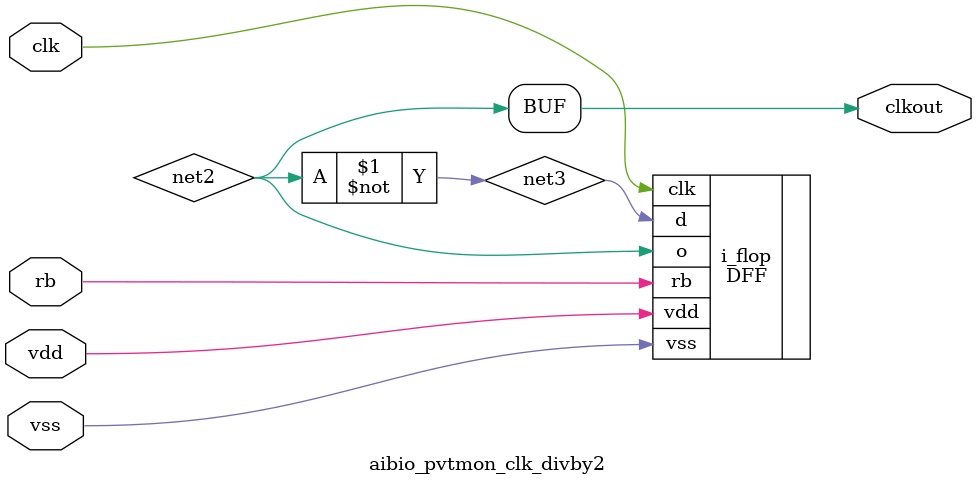
<source format=sv>
`timescale 1ps/1fs
module aibio_pvtmon_clk_divby2(
				//-----Supply Pins---//
				input logic vdd,
				input logic vss,
				
				//-----Input Pins---//
				input logic clk,
				input logic rb,
				
				//----Output pins----//
				output logic clkout
				);
				
logic net3;
logic net2;

DFF i_flop (
		.vdd(vdd),
		.vss(vss),
		.clk(clk),
		.rb(rb),
		.d(net3),
		.o(net2)
		);
				


assign net3=~net2;
assign clkout=~net3;

endmodule

</source>
